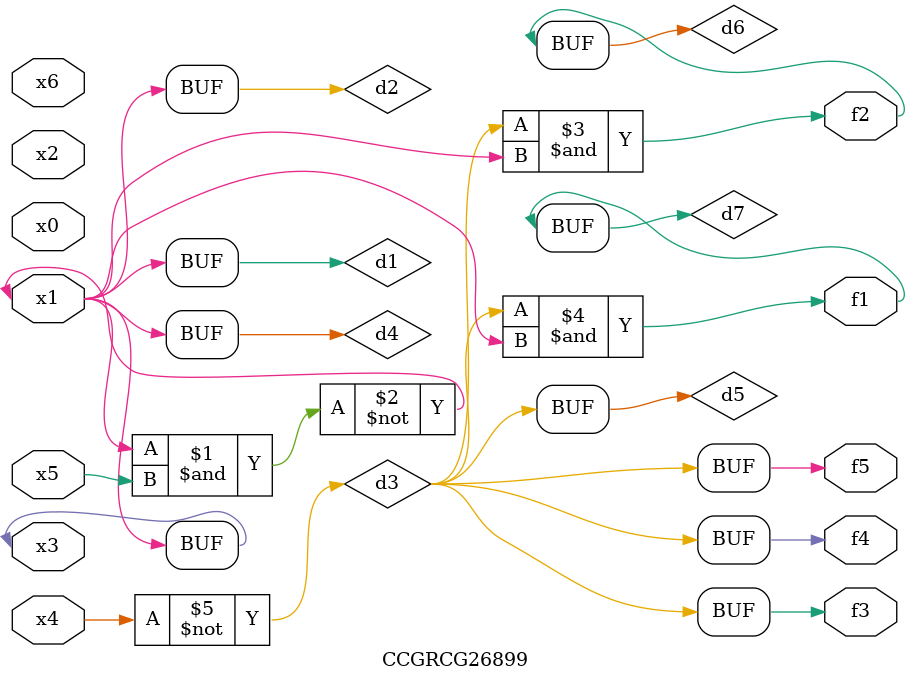
<source format=v>
module CCGRCG26899(
	input x0, x1, x2, x3, x4, x5, x6,
	output f1, f2, f3, f4, f5
);

	wire d1, d2, d3, d4, d5, d6, d7;

	buf (d1, x1, x3);
	nand (d2, x1, x5);
	not (d3, x4);
	buf (d4, d1, d2);
	buf (d5, d3);
	and (d6, d3, d4);
	and (d7, d3, d4);
	assign f1 = d7;
	assign f2 = d6;
	assign f3 = d5;
	assign f4 = d5;
	assign f5 = d5;
endmodule

</source>
